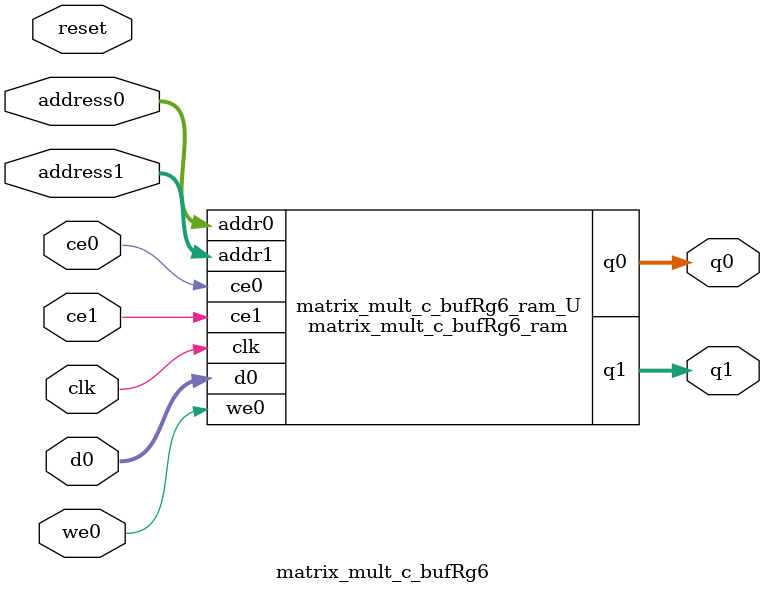
<source format=v>
`timescale 1 ns / 1 ps
module matrix_mult_c_bufRg6_ram (addr0, ce0, d0, we0, q0, addr1, ce1, q1,  clk);

parameter DWIDTH = 32;
parameter AWIDTH = 8;
parameter MEM_SIZE = 200;

input[AWIDTH-1:0] addr0;
input ce0;
input[DWIDTH-1:0] d0;
input we0;
output reg[DWIDTH-1:0] q0;
input[AWIDTH-1:0] addr1;
input ce1;
output reg[DWIDTH-1:0] q1;
input clk;

(* ram_style = "block" *)reg [DWIDTH-1:0] ram[0:MEM_SIZE-1];




always @(posedge clk)  
begin 
    if (ce0) begin
        if (we0) 
            ram[addr0] <= d0; 
        q0 <= ram[addr0];
    end
end


always @(posedge clk)  
begin 
    if (ce1) begin
        q1 <= ram[addr1];
    end
end


endmodule

`timescale 1 ns / 1 ps
module matrix_mult_c_bufRg6(
    reset,
    clk,
    address0,
    ce0,
    we0,
    d0,
    q0,
    address1,
    ce1,
    q1);

parameter DataWidth = 32'd32;
parameter AddressRange = 32'd200;
parameter AddressWidth = 32'd8;
input reset;
input clk;
input[AddressWidth - 1:0] address0;
input ce0;
input we0;
input[DataWidth - 1:0] d0;
output[DataWidth - 1:0] q0;
input[AddressWidth - 1:0] address1;
input ce1;
output[DataWidth - 1:0] q1;



matrix_mult_c_bufRg6_ram matrix_mult_c_bufRg6_ram_U(
    .clk( clk ),
    .addr0( address0 ),
    .ce0( ce0 ),
    .we0( we0 ),
    .d0( d0 ),
    .q0( q0 ),
    .addr1( address1 ),
    .ce1( ce1 ),
    .q1( q1 ));

endmodule


</source>
